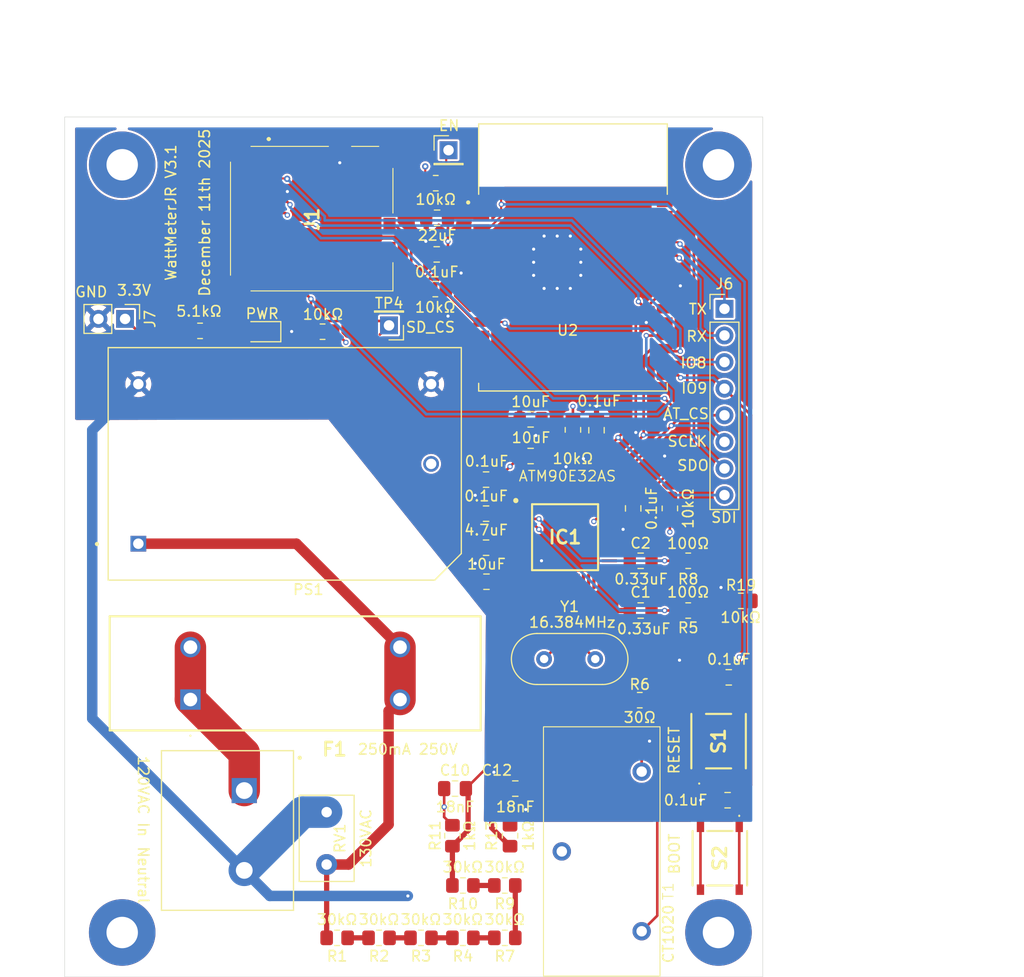
<source format=kicad_pcb>
(kicad_pcb (version 20241229) (generator "pcbnew") (generator_version "9.0")
  (layers (0 "F.Cu" signal) (4 "In1.Cu" signal) (6 "In2.Cu" signal) (2 "B.Cu" signal) (13 "F.Paste" user) (15 "B.Paste" user) (5 "F.SilkS" user "F.Silkscreen") (7 "B.SilkS" user "B.Silkscreen") (1 "F.Mask" user) (3 "B.Mask" user) (25 "Edge.Cuts" user))
  (net 0 "")
  (net 1 "GNDREF")
  (net 2 "VDD")
  (net 3 "Net-(IC1-~{RESET})")
  (net 4 "Net-(IC1-VDD18_1)")
  (net 5 "Net-(IC1-VREF)")
  (net 7 "Net-(IC1-V1P)")
  (net 8 "Net-(IC1-OSCO)")
  (net 9 "Net-(IC1-I1N)")
  (net 10 "Net-(IC1-OSCI)")
  (net 11 "Net-(IC1-I1P)")
  (net 14 "Net-(IC1-V1N)")
  (net 26 "/HV_120V")
  (net 27 "Net-(T1-+)")
  (net 28 "Net-(T1--)")
  (net 33 "Net-(J1-CD{slash}DAT3)")
  (net 35 "Net-(J1-DETECT_SWITCH)")
  (net 36 "Net-(R1-Pad1)")
  (net 37 "Net-(R2-Pad1)")
  (net 38 "Net-(R3-Pad1)")
  (net 39 "Net-(R4-Pad1)")
  (net 40 "Net-(R7-Pad1)")
  (net 41 "Net-(R10-Pad2)")
  (net 43 "/HV_120VF1")
  (net 58 "Net-(S1-NO_1)")
  (net 59 "Net-(D1-A)")
  (net 60 "DB_AT_CS")
  (net 61 "DB_SDI")
  (net 62 "DB_SDO")
  (net 63 "DB_SCLK")
  (net 64 "DB_RX")
  (net 65 "DB_TX")
  (net 66 "DB_IO9")
  (net 67 "DB_IO8")
  (footprint "Capacitor_SMD:C_0805_2012Metric_Pad1.18x1.45mm_HandSolder" (layer "F.Cu") (at 118.2125 122.5 180)
    (property "Reference" "C8")
    (property "Value" "0.1uF")
  )
  (footprint "Capacitor_SMD:C_0805_2012Metric_Pad1.18x1.45mm_HandSolder" (layer "F.Cu") (at 113.5375 97.5)
    (property "Reference" "C14")
    (property "Value" "22uF")
  )
  (footprint "Capacitor_SMD:C_0805_2012Metric_Pad1.18x1.45mm_HandSolder" (layer "F.Cu") (at 141.37 141.38 180)
    (property "Reference" "C16")
    (property "Value" "0.1uF")
  )
  (footprint "Resistor_SMD:R_0805_2012Metric_Pad1.20x1.40mm_HandSolder" (layer "F.Cu") (at 108 166.25 180)
    (property "Reference" "R2")
    (property "Value" "30kΩ")
  )
  (footprint "Resistor_SMD:R_0805_2012Metric_Pad1.20x1.40mm_HandSolder" (layer "F.Cu") (at 116 166.25 180)
    (property "Reference" "R4")
    (property "Value" "30kΩ")
  )
  (footprint "Resistor_SMD:R_0805_2012Metric_Pad1.20x1.40mm_HandSolder" (layer "F.Cu") (at 115 156.5 90)
    (property "Reference" "R11")
    (property "Value" "1kΩ")
  )
  (footprint "Capacitor_SMD:C_0805_2012Metric_Pad1.18x1.45mm_HandSolder" (layer "F.Cu") (at 128.75 117.7875 90)
    (property "Reference" "C6")
    (property "Value" "0.1uF")
  )
  (footprint "CT1020:CT1020" (layer "F.Cu") (at 133.06 150.38)
    (property "Reference" "T1")
    (property "Value" "CT1020")
  )
  (footprint "Capacitor_SMD:C_0805_2012Metric_Pad1.18x1.45mm_HandSolder" (layer "F.Cu") (at 122.4625 116.75 180)
    (property "Reference" "C11")
    (property "Value" "10uF")
  )
  (footprint "Resistor_SMD:R_0805_2012Metric_Pad1.20x1.40mm_HandSolder" (layer "F.Cu") (at 112 166.25 180)
    (property "Reference" "R3")
    (property "Value" "30kΩ")
  )
  (footprint "Resistor_SMD:R_0805_2012Metric_Pad1.20x1.40mm_HandSolder" (layer "F.Cu") (at 116 161.25)
    (property "Reference" "R10")
    (property "Value" "30kΩ")
  )
  (footprint "Resistor_SMD:R_0805_2012Metric_Pad1.20x1.40mm_HandSolder" (layer "F.Cu") (at 120 161.25)
    (property "Reference" "R9")
    (property "Value" "30kΩ")
  )
  (footprint "Connector_PinHeader_2.54mm:PinHeader_1x08_P2.54mm_Vertical" (layer "F.Cu") (at 140.96 106.2)
    (property "Reference" "J6")
    (property "Value" "Debug")
  )
  (footprint "Capacitor_SMD:C_0805_2012Metric_Pad1.18x1.45mm_HandSolder" (layer "F.Cu") (at 132.9625 130.25)
    (property "Reference" "C2")
    (property "Value" "0.33uF")
  )
  (footprint "Capacitor_THT:C_Disc_D8.0mm_W5.0mm_P5.00mm" (layer "F.Cu") (at 103 159.25 90)
    (property "Reference" "RV1")
    (property "Value" "130VAC")
  )
  (footprint "Resistor_SMD:R_0805_2012Metric_Pad1.20x1.40mm_HandSolder" (layer "F.Cu") (at 90.92 108.3 180)
    (property "Reference" "R18")
    (property "Value" "5.1kΩ")
  )
  (footprint "Capacitor_SMD:C_0805_2012Metric_Pad1.18x1.45mm_HandSolder" (layer "F.Cu") (at 113.5 101)
    (property "Reference" "C13")
    (property "Value" "0.1uF")
  )
  (footprint "LED_SMD:LED_0805_2012Metric_Pad1.15x1.40mm_HandSolder" (layer "F.Cu") (at 96.765 108.38 180)
    (property "Reference" "D1")
    (property "Value" "PWR")
  )
  (footprint "Resistor_SMD:R_0805_2012Metric_Pad1.20x1.40mm_HandSolder" (layer "F.Cu") (at 126.5 117.75 90)
    (property "Reference" "R12")
    (property "Value" "10kΩ")
  )
  (footprint "Capacitor_SMD:C_0805_2012Metric_Pad1.18x1.45mm_HandSolder" (layer "F.Cu") (at 132.9625 135 180)
    (property "Reference" "C1")
    (property "Value" "0.33uF")
  )
  (footprint "3.3VDC PSU:CONV_RAC02-3.3SGB" (layer "F.Cu") (at 99 121)
    (property "Reference" "PS1")
    (property "Value" "RAC02-3.3SGB")
  )
  (footprint "Capacitor_SMD:C_0805_2012Metric_Pad1.18x1.45mm_HandSolder" (layer "F.Cu") (at 115.25 152 180)
    (property "Reference" "C10")
    (property "Value" "18nF")
  )
  (footprint "Connector_PinHeader_2.54mm:PinHeader_1x02_P2.54mm_Vertical" (layer "F.Cu") (at 83.765 107.16 -90)
    (property "Reference" "J7")
    (property "Value" "PWR/GND")
  )
  (footprint "Mounting Footprints:1591XXSBK" (layer "F.Cu") (at 83.49 165.74 90)
    (property "Reference" "N1")
    (property "Value" "Housing")
  )
  (footprint "Resistor_SMD:R_0805_2012Metric_Pad1.20x1.40mm_HandSolder" (layer "F.Cu") (at 120.5 156.5 -90)
    (property "Reference" "R13")
    (property "Value" "1kΩ")
  )
  (footprint "Resistor_SMD:R_0805_2012Metric_Pad1.20x1.40mm_HandSolder" (layer "F.Cu") (at 137.5 130.25 180)
    (property "Reference" "R8")
    (property "Value" "100Ω")
  )
  (footprint "MicroSDSlot 502570-0893:5025700893" (layer "F.Cu") (at 101.575 97.588 90)
    (property "Reference" "J1")
    (property "Value" "502570-0893" (hide yes))
  )
  (footprint "Capacitor_SMD:C_0805_2012Metric_Pad1.18x1.45mm_HandSolder" (layer "F.Cu") (at 121 152)
    (property "Reference" "C12")
    (property "Value" "18nF")
  )
  (footprint "Crystal:Crystal_HC49-U_Vertical" (layer "F.Cu") (at 123.75 139.63)
    (property "Reference" "Y1")
    (property "Value" "16.384MHz")
  )
  (footprint "Capacitor_SMD:C_0805_2012Metric_Pad1.18x1.45mm_HandSolder" (layer "F.Cu") (at 122.4625 120.25 180)
    (property "Reference" "C7")
    (property "Value" "10uF")
  )
  (footprint "Resistor_SMD:R_0805_2012Metric_Pad1.20x1.40mm_HandSolder" (layer "F.Cu") (at 102.61 108.38)
    (property "Reference" "R16")
    (property "Value" "10kΩ")
  )
  (footprint "Resistor_SMD:R_0805_2012Metric_Pad1.20x1.40mm_HandSolder" (layer "F.Cu") (at 120 166.25 180)
    (property "Reference" "R7")
    (property "Value" "30kΩ")
  )
  (footprint "TinyButton_PTS526:PTS526SK15SMTR2LFS" (layer "F.Cu") (at 140.4 147.47 90)
    (property "Reference" "S1")
    (property "Value" "RESET" (hide yes))
  )
  (footprint "FuseHolder OGD:00318231" (layer "F.Cu") (at 90 143.5)
    (property "Reference" "F1")
    (property "Value" "250mA 250V" (hide yes))
  )
  (footprint "Capacitor_SMD:C_0805_2012Metric_Pad1.18x1.45mm_HandSolder" (layer "F.Cu") (at 141.26 153.11)
    (property "Reference" "C15")
    (property "Value" "0.1uF")
  )
  (footprint "Capacitor_SMD:C_0805_2012Metric_Pad1.18x1.45mm_HandSolder" (layer "F.Cu") (at 118.25 132.25 180)
    (property "Reference" "C3")
    (property "Value" "10uF")
  )
  (footprint "TinyButton_PTS526:PTS526SK15SMTR2LFS" (layer "F.Cu") (at 140.52 158.65 -90)
    (property "Reference" "S2")
    (property "Value" "BOOT" (hide yes))
  )
  (footprint "Connector_PinHeader_2.54mm:PinHeader_1x01_P2.54mm_Vertical" (layer "F.Cu") (at 108.95 107.78 180)
    (property "Reference" "TP4")
    (property "Value" "SD_CS")
  )
  (footprint "Resistor_SMD:R_0805_2012Metric_Pad1.20x1.40mm_HandSolder" (layer "F.Cu") (at 113.37 104.31 180)
    (property "Reference" "R17")
    (property "Value" "10kΩ")
  )
  (footprint "Resistor_SMD:R_0805_2012Metric_Pad1.20x1.40mm_HandSolder" (layer "F.Cu") (at 142.53 134.08 180)
    (property "Reference" "R19")
    (property "Value" "10kΩ")
  )
  (footprint "ATM90E32AS:QFP50P900X900X120-48N" (layer "F.Cu") (at 125.75 128)
    (property "Reference" "IC1")
    (property "Value" "ATM90E32AS-AU-R" (hide yes))
  )
  (footprint "ESP32-C6:XCVR_ESP32-C6-WROOM-1-N8" (layer "F.Cu") (at 126.505 101.29)
    (property "Reference" "U2")
    (property "Value" "ESP32-C6-WROOM-1-N8")
  )
  (footprint "Resistor_SMD:R_0805_2012Metric_Pad1.20x1.40mm_HandSolder" (layer "F.Cu") (at 113.41 94.2 180)
    (property "Reference" "R15")
    (property "Value" "10kΩ")
  )
  (footprint "Connector_PinHeader_2.54mm:PinHeader_1x01_P2.54mm_Vertical" (layer "F.Cu") (at 114.63 91.05)
    (property "Reference" "TP12")
    (property "Value" "EN")
  )
  (footprint "Capacitor_SMD:C_0805_2012Metric_Pad1.18x1.45mm_HandSolder" (layer "F.Cu") (at 118.2125 129 180)
    (property "Reference" "C4")
    (property "Value" "4.7uF")
  )
  (footprint "Screw Terminals Custom:CUI_TB005-762-02BE" (layer "F.Cu") (at 95.1375 152.19 -90)
    (property "Reference" "J5" (hide yes))
    (property "Value" "Input" (hide yes))
  )
  (footprint "Resistor_SMD:R_0805_2012Metric_Pad1.20x1.40mm_HandSolder" (layer "F.Cu") (at 132.88 143.56)
    (property "Reference" "R6")
    (property "Value" "30Ω")
  )
  (footprint "Resistor_SMD:R_0805_2012Metric_Pad1.20x1.40mm_HandSolder" (layer "F.Cu") (at 135.75 125.25 -90)
    (property "Reference" "R14")
    (property "Value" "10kΩ")
  )
  (footprint "Resistor_SMD:R_0805_2012Metric_Pad1.20x1.40mm_HandSolder" (layer "F.Cu") (at 104 166.25 180)
    (property "Reference" "R1")
    (property "Value" "30kΩ")
  )
  (footprint "Resistor_SMD:R_0805_2012Metric_Pad1.20x1.40mm_HandSolder" (layer "F.Cu") (at 137.5 135 180)
    (property "Reference" "R5")
    (property "Value" "100Ω")
  )
  (footprint "Capacitor_SMD:C_0805_2012Metric_Pad1.18x1.45mm_HandSolder" (layer "F.Cu") (at 118.2125 125.75 180)
    (property "Reference" "C9")
    (property "Value" "0.1uF")
  )
  (footprint "Capacitor_SMD:C_0805_2012Metric_Pad1.18x1.45mm_HandSolder" (layer "F.Cu") (at 132.25 125.25 -90)
    (property "Reference" "C5")
    (property "Value" "0.1uF")
  )
  (gr_rect (start 78 87.8784) (end 144.615 169.982) (stroke (width 0.05)) (fill no) (layer "Edge.Cuts"))
  (gr_text "250mA 250V" (at 110.75 148.25 0) (layer "F.SilkS") (effects (font (size 1 1))))
  (gr_text "SCLK" (at 137.42 118.85 0) (layer "F.SilkS") (effects (font (size 1 1))))
  (gr_text "SDO" (at 137.96 121.15 0) (layer "F.SilkS") (effects (font (size 1 1))))
  (gr_text "AT_CS" (at 137.3 116.21 0) (layer "F.SilkS") (effects (font (size 1 1))))
  (gr_text "IO8" (at 138.01 111.36 0) (layer "F.SilkS") (effects (font (size 1 1))))
  (gr_text "IO9" (at 138.08 113.78 0) (layer "F.SilkS") (effects (font (size 1 1))))
  (gr_text "BOOT" (at 136.18 158.24 90) (layer "F.SilkS") (effects (font (size 1 1))))
  (gr_text "ATM90E32AS" (at 121.25 122.75 0) (layer "F.SilkS") (effects (font (size 1 1) (thickness 0.125)) (justify left bottom)))
  (gr_text "RESET" (at 136.16 148.35 90) (layer "F.SilkS") (effects (font (size 1 1))))
  (gr_text "WattMeterJR V3.1\n\nDecember 11th 2025" (at 89.75 97.01 90) (layer "F.SilkS") (effects (font (size 1 1))))
  (gr_text "TX" (at 138.42 106.23 0) (layer "F.SilkS") (effects (font (size 1 1))))
  (gr_text "SDI" (at 140.91 126.11 0) (layer "F.SilkS") (effects (font (size 1 1))))
  (gr_text "RX" (at 138.31 108.83 0) (layer "F.SilkS") (effects (font (size 1 1))))
  (gr_text "Neutral" (at 85.5 160.25 270) (layer "F.SilkS") (effects (font (size 1 1))))
  (gr_text "3.3V" (at 84.62 104.43 0) (layer "F.SilkS") (effects (font (size 1 1))))
  (gr_text "GND" (at 80.54 104.58 0) (layer "F.SilkS") (effects (font (size 1 1))))
  (gr_text "120VAC In" (at 85.5 152.75 270) (layer "F.SilkS") (effects (font (size 1 1))))
  (segment (start 112.4625 99.75) (end 112.4625 101) (width 0.25) (layer "F.Cu") (net 1))
  (segment (start 123.5 122) (end 123.5 120.25) (width 0.25) (layer "F.Cu") (net 1))
  (segment (start 138.67 161.65) (end 138.67 155.65) (width 0.25) (layer "F.Cu") (net 1))
  (segment (start 97.79 108.38) (end 99.64 108.38) (width 0.25) (layer "F.Cu") (net 1))
  (segment (start 138.67 154.6625) (end 140.2225 153.11) (width 0.25) (layer "F.Cu") (net 1))
  (segment (start 129.975 127.25) (end 131.2875 127.25) (width 0.25) (layer "F.Cu") (net 1))
  (segment (start 124.252 122) (end 123.5 122) (width 0.25) (layer "F.Cu") (net 1))
  (segment (start 140.2225 153.11) (end 138.7 153.11) (width 0.25) (layer "F.Cu") (net 1))
  (segment (start 123 129.75) (end 121.525 129.75) (width 0.25) (layer "F.Cu") (net 1))
  (segment (start 138.55 150.73) (end 138.28 151) (width 0.25) (layer "F.Cu") (net 1))
  (segment (start 140.2225 153.11) (end 140.2225 152.1425) (width 0.25) (layer "F.Cu") (net 1))
  (segment (start 122.9625 118.2875) (end 121.425 116.75) (width 0.25) (layer "F.Cu") (net 1))
  (segment (start 122.0375 152) (end 122.0375 153.9625) (width 0.25) (layer "F.Cu") (net 1))
  (segment (start 131.2125 125.25) (end 132.25 126.2875) (width 0.25) (layer "F.Cu") (net 1))
  (segment (start 125 123.775) (end 125 125.39) (width 0.25) (layer "F.Cu") (net 1))
  (segment (start 128.75 116.75) (end 128.75 115.5) (width 0.25) (layer "F.Cu") (net 1))
  (segment (start 122 154) (end 120.5 155.5) (width 0.25) (layer "F.Cu") (net 1))
  (segment (start 117.175 122.5) (end 117.175 124) (width 0.25) (layer "F.Cu") (net 1))
  (segment (start 122.552 125.75) (end 123.5 124.802) (width 0.25) (layer "F.Cu") (net 1))
  (segment (start 117.175 130.5) (end 117.175 132.2125) (width 0.25) (layer "F.Cu") (net 1))
  (segment (start 138.67 155.65) (end 138.67 154.6625) (width 0.25) (layer "F.Cu") (net 1))
  (segment (start 140.3325 142.6875) (end 138.55 144.47) (width 0.25) (layer "F.Cu") (net 1))
  (segment (start 112.5 97.5) (end 112.5 97.75) (width 0.25) (layer "F.Cu") (net 1))
  (segment (start 123.5 123.775) (end 123.5 122) (width 0.25) (layer "F.Cu") (net 1))
  (segment (start 114.2125 152) (end 114.2125 153.75) (width 0.25) (layer "F.Cu") (net 1))
  (segment (start 131.2875 127.25) (end 131.925 127.8875) (width 0.25) (layer "F.Cu") (net 1))
  (segment (start 99.1 94.85) (end 99.25 95) (width 0.25) (layer "F.Cu") (net 1))
  (segment (start 104.275 92.225) (end 104.25 92.25) (width 0.25) (layer "F.Cu") (net 1))
  (segment (start 123.5 120.25) (end 123.5 118.825) (width 0.25) (layer "F.Cu") (net 1))
  (segment (start 112.5 97.75) (end 112.4625 97.7875) (width 0.25) (layer "F.Cu") (net 1))
  (segment (start 140.3325 141.38) (end 140.3325 142.6875) (width 0.25) (layer "F.Cu") (net 1))
  (segment (start 123 130.75) (end 123.5 130.25) (width 0.25) (layer "F.Cu") (net 1))
  (segment (start 104.275 91.075) (end 104.275 92.225) (width 0.25) (layer "F.Cu") (net 1))
  (segment (start 123.5 130.25) (end 124 130.75) (width 0.25) (layer "F.Cu") (net 1))
  (segment (start 121.525 125.75) (end 122.552 125.75) (width 0.25) (layer "F.Cu") (net 1))
  (segment (start 117.175 132.2125) (end 117.2125 132.25) (width 0.25) (layer "F.Cu") (net 1))
  (segment (start 117.175 124) (end 117.175 130.5) (width 0.25) (layer "F.Cu") (net 1))
  (segment (start 125 123.775) (end 125 122.748) (width 0.25) (layer "F.Cu") (net 1))
  (segment (start 123.5 118.825) (end 122.9625 118.2875) (width 0.25) (layer "F.Cu") (net 1))
  (segment (start 138.55 144.47) (end 138.55 150.73) (width 0.25) (layer "F.Cu") (net 1))
  (segment (start 123.5 130.25) (end 123 129.75) (width 0.25) (layer "F.Cu") (net 1))
  (segment (start 123.5 124.802) (end 123.5 123.775) (width 0.25) (layer "F.Cu") (net 1))
  (segment (start 129.975 125.25) (end 131.2125 125.25) (width 0.25) (layer "F.Cu") (net 1))
  (segment (start 131.2875 127.25) (end 132.25 126.2875) (width 0.25) (layer "F.Cu") (net 1))
  (segment (start 122.0375 153.9625) (end 122 154) (width 0.25) (layer "F.Cu") (net 1))
  (segment (start 99.64 108.38) (end 99.66 108.36) (width 0.25) (layer "F.Cu") (net 1))
  (segment (start 140.2225 152.1425) (end 138.55 150.47) (width 0.25) (layer "F.Cu") (net 1))
  (segment (start 117.755 96.03) (end 113.97 96.03) (width 0.25) (layer "F.Cu") (net 1))
  (segment (start 114.2125 154.7125) (end 115 155.5) (width 0.25) (layer "F.Cu") (net 1))
  (segment (start 131.925 127.8875) (end 131.925 130.25) (width 0.25) (layer "F.Cu") (net 1))
  (segment (start 125 122.748) (end 124.252 122) (width 0.25) (layer "F.Cu") (net 1))
  (segment (start 114.2125 153.75) (end 114.2125 154.7125) (width 0.25) (layer "F.Cu") (net 1))
  (segment (start 97.425 94.85) (end 99.1 94.85) (width 0.25) (layer "F.Cu") (net 1))
  (segment (start 112.4625 97.7875) (end 112.4625 99.75) (width 0.25) (layer "F.Cu") (net 1))
  (segment (start 113.97 96.03) (end 112.5 97.5) (width 0.25) (layer "F.Cu") (net 1))
  (segment (start 124 132.225) (end 126 132.225) (width 0.25) (layer "F.Cu") (net 1))
  (segment (start 124 130.75) (end 124 132.225) (width 0.25) (layer "F.Cu") (net 1))
  (segment (start 121.525 130.75) (end 123 130.75) (width 0.25) (layer "F.Cu") (net 1))
  (segment (start 121.525 127.25) (end 121.525 129.75) (width 0.25) (layer "F.Cu") (net 1))
  (via (at 123.75 99.25) (size 0.5) (drill 0.3) (layers "F.Cu" "B.Cu") (net 1))
  (via (at 112.4625 99.75) (size 0.5) (drill 0.3) (layers "F.Cu" "B.Cu") (net 1))
  (via (at 125 104.25) (size 0.5) (drill 0.3) (layers "F.Cu" "B.Cu") (net 1))
  (via (at 127.25 101.75) (size 0.5) (drill 0.3) (layers "F.Cu" "B.Cu") (net 1))
  (via (at 132.5 118) (size 0.5) (drill 0.3) (layers "F.Cu" "B.Cu") (net 1))
  (via (at 133.81 147.47) (size 0.5) (drill 0.3) (layers "F.Cu" "B.Cu") (net 1))
  (via (at 114.2125 153.75) (size 0.5) (drill 0.3) (layers "F.Cu" "B.Cu") (net 1))
  (via (at 115.83 102.78) (size 0.5) (drill 0.3) (layers "F.Cu" "B.Cu") (net 1))
  (via (at 104.25 92.25) (size 0.5) (drill 0.3) (layers "F.Cu" "B.Cu") (net 1))
  (via (at 131.2875 127.25) (size 0.5) (drill 0.3) (layers "F.Cu" "B.Cu") (net 1))
  (via (at 122.75 100.5) (size 0.5) (drill 0.3) (layers "F.Cu" "B.Cu") (net 1))
  (via (at 135.25 116.75) (size 0.5) (drill 0.3) (layers "F.Cu" "B.Cu") (net 1))
  (via (at 117.175 130.5) (size 0.5) (drill 0.3) (layers "F.Cu" "B.Cu") (net 1))
  (via (at 133.5 107.5) (size 0.5) (drill 0.3) (layers "F.Cu" "B.Cu") (net 1))
  (via (at 138.7 153.11) (size 0.5) (drill 0.3) (layers "F.Cu" "B.Cu") (net 1))
  (via (at 110.75 162.25) (size 0.5) (drill 0.3) (layers "F.Cu" "B.Cu") (net 1))
  (via (at 118.96 150.44) (size 0.5) (drill 0.3) (layers "F.Cu" "B.Cu") (net 1))
  (via (at 125.84 121.27) (size 0.5) (drill 0.3) (layers "F.Cu" "B.Cu") (net 1))
  (via (at 122.75 103) (size 0.5) (drill 0.3) (layers "F.Cu" "B.Cu") (net 1))
  (via (at 114.58 106.89) (size 0.5) (drill 0.3) (layers "F.Cu" "B.Cu") (net 1))
  (via (at 122.75 101.75) (size 0.5) (drill 0.3) (layers "F.Cu" "B.Cu") (net 1))
  (via (at 126.25 99.25) (size 0.5) (drill 0.3) (layers "F.Cu" "B.Cu") (net 1))
  (via (at 127.25 103) (size 0.5) (drill 0.3) (layers "F.Cu" "B.Cu") (net 1))
  (via (at 117.175 124) (size 0.5) (drill 0.3) (layers "F.Cu" "B.Cu") (net 1))
  (via (at 99.66 108.36) (size 0.5) (drill 0.3) (layers "F.Cu" "B.Cu") (net 1))
  (via (at 123.75 104.25) (size 0.5) (drill 0.3) (layers "F.Cu" "B.Cu") (net 1))
  (via (at 125 99.25) (size 0.5) (drill 0.3) (layers "F.Cu" "B.Cu") (net 1))
  (via (at 122 154) (size 0.5) (drill 0.3) (layers "F.Cu" "B.Cu") (net 1))
  (via (at 126.25 104.25) (size 0.5) (drill 0.3) (layers "F.Cu" "B.Cu") (net 1))
  (via (at 127.5 120.5) (size 0.5) (drill 0.3) (layers "F.Cu" "B.Cu") (net 1))
  (via (at 122.9625 118.2875) (size 0.5) (drill 0.3) (layers "F.Cu" "B.Cu") (net 1))
  (via (at 136.75 104) (size 0.5) (drill 0.3) (layers "F.Cu" "B.Cu") (net 1))
  (via (at 135.25 120.25) (size 0.5) (drill 0.3) (layers "F.Cu" "B.Cu") (net 1))
  (via (at 127.25 100.5) (size 0.5) (drill 0.3) (layers "F.Cu" "B.Cu") (net 1))
  (via (at 128.75 115.5) (size 0.5) (drill 0.3) (layers "F.Cu" "B.Cu") (net 1))
  (via (at 99.25 95) (size 0.5) (drill 0.3) (layers "F.Cu" "B.Cu") (net 1))
  (via (at 123.5 130.25) (size 0.5) (drill 0.3) (layers "F.Cu" "B.Cu") (net 1))
  (via (at 136.67 139.74) (size 0.5) (drill 0.3) (layers "F.Cu" "B.Cu") (net 1))
  (segment (start 100.6975 154.25) (end 103 154.25) (width 3) (layer "B.Cu") (net 1))
  (segment (start 95.1375 159.81) (end 97.5775 162.25) (width 1) (layer "B.Cu") (net 1))
  (segment (start 85.03 113.38) (end 80.63 117.78) (width 1) (layer "B.Cu") (net 1))
  (segment (start 95.1375 159.81) (end 100.6975 154.25) (width 3) (layer "B.Cu") (net 1))
  (segment (start 80.63 117.78) (end 80.63 145.3025) (width 1) (layer "B.Cu") (net 1))
  (segment (start 80.63 145.3025) (end 95.1375 159.81) (width 1) (layer "B.Cu") (net 1))
  (segment (start 97.5775 162.25) (end 110.75 162.25) (width 1) (layer "B.Cu") (net 1))
  (segment (start 121.425 120.325) (end 120.5 121.25) (width 0.25) (layer "F.Cu") (net 2))
  (segment (start 89.92 108.3) (end 84.932 108.3) (width 0.25) (layer "F.Cu") (net 2))
  (segment (start 129.975 126.25) (end 128.75 126.25) (width 0.25) (layer "F.Cu") (net 2))
  (segment (start 84.932 108.3) (end 83.947 107.315) (width 0.25) (layer "F.Cu") (net 2))
  (segment (start 114.575 97.5) (end 114.575 99.75) (width 0.25) (layer "F.Cu") (net 2))
  (segment (start 119.75 125.25) (end 121.525 125.25) (width 0.25) (layer "F.Cu") (net 2))
  (segment (start 119.25 122.5) (end 121.525 124.775) (width 0.25) (layer "F.Cu") (net 2))
  (segment (start 114.575 97.5) (end 117.555 97.5) (width 0.25) (layer "F.Cu") (net 2))
  (segment (start 97.425 97.05) (end 99.05 97.05) (width 0.25) (layer "F.Cu") (net 2))
  (segment (start 121.425 120.25) (end 121.425 120.325) (width 0.25) (layer "F.Cu") (net 2))
  (segment (start 99.05 97.05) (end 99.25 97.25) (width 0.25) (layer "F.Cu") (net 2))
  (segment (start 126.5 116.75) (end 126.5 115.5) (width 0.25) (layer "F.Cu") (net 2))
  (segment (start 128.75 126.25) (end 128.5 126.5) (width 0.25) (layer "F.Cu") (net 2))
  (segment (start 112.37 103.1675) (end 114.5375 101) (width 0.2) (layer "F.Cu") (net 2))
  (segment (start 112.37 104.31) (end 112.37 103.1675) (width 0.2) (layer "F.Cu") (net 2))
  (segment (start 120.5 121.25) (end 119.25 122.5) (width 0.25) (layer "F.Cu") (net 2))
  (segment (start 121.525 124.775) (end 121.525 125.25) (width 0.25) (layer "F.Cu") (net 2))
  (segment (start 129.975 126.75) (end 129.975 126.25) (width 0.25) (layer "F.Cu") (net 2))
  (segment (start 123 123.775) (end 121.525 125.25) (width 0.25) (layer "F.Cu") (net 2))
  (segment (start 114.575 99.75) (end 114.575 100.9625) (width 0.25) (layer "F.Cu") (net 2))
  (segment (start 114.575 100.9625) (end 114.5375 101) (width 0.25) (layer "F.Cu") (net 2))
  (segment (start 103.816826 108.38) (end 104.838413 109.401587) (width 0.25) (layer "F.Cu") (net 2))
  (segment (start 140.63 132.8) (end 140.63 133.18) (width 0.2) (layer "F.Cu") (net 2))
  (segment (start 103.61 108.38) (end 103.816826 108.38) (width 0.25) (layer "F.Cu") (net 2))
  (segment (start 135.75 126.25) (end 135.75 127.5) (width 0.25) (layer "F.Cu") (net 2))
  (segment (start 140.63 133.18) (end 141.53 134.08) (width 0.2) (layer "F.Cu") (net 2))
  (segment (start 119.25 125.75) (end 119.75 125.25) (width 0.25) (layer "F.Cu") (net 2))
  (segment (start 117.555 97.5) (end 117.755 97.3) (width 0.25) (layer "F.Cu") (net 2))
  (segment (start 112.41 94.2) (end 112.41 92.6) (width 0.2) (layer "F.Cu") (net 2))
  (via (at 120.5 121.25) (size 0.5) (drill 0.3) (layers "F.Cu" "B.Cu") (net 2))
  (via (at 112.41 92.6) (size 0.6) (drill 0.3) (layers "F.Cu" "B.Cu") (net 2))
  (via (at 114.575 99.75) (size 0.5) (drill 0.3) (layers "F.Cu" "B.Cu") (net 2))
  (via (at 135.75 127.5) (size 0.5) (drill 0.3) (layers "F.Cu" "B.Cu") (net 2))
  (via (at 99.25 97.25) (size 0.5) (drill 0.3) (layers "F.Cu" "B.Cu") (net 2))
  (via (at 126.5 115.5) (size 0.5) (drill 0.3) (layers "F.Cu" "B.Cu") (net 2))
  (via (at 128.5 126.5) (size 0.5) (drill 0.3) (layers "F.Cu" "B.Cu") (net 2))
  (via (at 104.838413 109.401587) (size 0.5) (drill 0.3) (layers "F.Cu" "B.Cu") (net 2))
  (via (at 140.63 132.8) (size 0.5) (drill 0.3) (layers "F.Cu" "B.Cu") (net 2))
  (segment (start 128.75 118.825) (end 126.575 118.825) (width 0.25) (layer "F.Cu") (net 3))
  (segment (start 126.575 118.825) (end 126.5 118.75) (width 0.25) (layer "F.Cu") (net 3))
  (segment (start 126.5 118.75) (end 126.5 123.775) (width 0.25) (layer "F.Cu") (net 3))
  (segment (start 126 123.775) (end 125.5 123.775) (width 0.25) (layer "F.Cu") (net 4))
  (segment (start 123.5 116.75) (end 123.5 117.475) (width 0.25) (layer "F.Cu") (net 4))
  (segment (start 132.25 124.2125) (end 129.5895 124.2125) (width 0.25) (layer "F.Cu") (net 4))
  (segment (start 129.5895 124.2125) (end 128.976 124.826) (width 0.25) (layer "F.Cu") (net 4))
  (segment (start 128.976 124.826) (end 126.024 124.826) (width 0.25) (layer "F.Cu") (net 4))
  (segment (start 125.451 122.724) (end 125.476 122.724) (width 0.25) (layer "F.Cu") (net 4))
  (segment (start 125.476 123.751) (end 125.5 123.775) (width 0.25) (layer "F.Cu") (net 4))
  (segment (start 125.476 122.724) (end 125.476 123.751) (width 0.25) (layer "F.Cu") (net 4))
  (segment (start 123.5 117.475) (end 125.25 119.225) (width 0.25) (layer "F.Cu") (net 4))
  (segment (start 125.25 119.225) (end 125.25 122.36019) (width 0.25) (layer "F.Cu") (net 4))
  (segment (start 125.451 122.56119) (end 125.451 122.724) (width 0.25) (layer "F.Cu") (net 4))
  (segment (start 126 124.802) (end 126 123.775) (width 0.25) (layer "F.Cu") (net 4))
  (segment (start 126.024 124.826) (end 126 124.802) (width 0.25) (layer "F.Cu") (net 4))
  (segment (start 125.25 122.36019) (end 125.451 122.56119) (width 0.25) (layer "F.Cu") (net 4))
  (segment (start 119.25 129) (end 120.5 130.25) (width 0.25) (layer "F.Cu") (net 5))
  (segment (start 119.2875 131.4605) (end 120.498 130.25) (width 0.25) (layer "F.Cu") (net 5))
  (segment (start 120.498 130.25) (end 121.525 130.25) (width 0.25) (layer "F.Cu") (net 5))
  (segment (start 119.2875 132.25) (end 119.2875 131.4605) (width 0.25) (layer "F.Cu") (net 5))
  (segment (start 120.5 130.25) (end 121.525 130.25) (width 0.25) (layer "F.Cu") (net 5))
  (segment (start 123 132.225) (end 123 133.93) (width 0.25) (layer "F.Cu") (net 7))
  (segment (start 119.5 148.7875) (end 116.2875 152) (width 0.25) (layer "F.Cu") (net 7))
  (segment (start 115 161.25) (end 115 157.5) (width 0.5) (layer "F.Cu") (net 7))
  (segment (start 123 133.93) (end 119.5 137.43) (width 0.25) (layer "F.Cu") (net 7))
  (segment (start 119.5 137.43) (end 119.5 148.7875) (width 0.25) (layer "F.Cu") (net 7))
  (segment (start 115 157.5) (end 116.5 156) (width 0.5) (layer "F.Cu") (net 7))
  (segment (start 116.5 156) (end 116.5 152.2125) (width 0.5) (layer "F.Cu") (net 7))
  (segment (start 116.5 152.2125) (end 116.2875 152) (width 0.5) (layer "F.Cu") (net 7))
  (segment (start 127 132.225) (end 127 138) (width 0.25) (layer "F.Cu") (net 8))
  (segment (start 127 138) (end 128.63 139.63) (width 0.25) (layer "F.Cu") (net 8))
  (segment (start 123.25 127.25) (end 122.75 126.75) (width 0.25) (layer "F.Cu") (net 9))
  (segment (start 122.75 126.75) (end 121.525 126.75) (width 0.25) (layer "F.Cu") (net 9))
  (segment (start 135.25 135) (end 134 135) (width 0.25) (layer "F.Cu") (net 9))
  (segment (start 136.5 135) (end 135.25 135) (width 0.25) (layer "F.Cu") (net 9))
  (via (at 135.25 135) (size 0.5) (drill 0.3) (layers "F.Cu" "B.Cu") (net 9))
  (via (at 123.25 127.25) (size 0.5) (drill 0.3) (layers "F.Cu" "B.Cu") (net 9))
  (segment (start 135.25 135) (end 131 135) (width 0.25) (layer "B.Cu") (net 9))
  (segment (start 131 135) (end 123.25 127.25) (width 0.25) (layer "B.Cu") (net 9))
  (segment (start 123.75 139.63) (end 126.5 136.88) (width 0.25) (layer "F.Cu") (net 10))
  (segment (start 126.5 136.88) (end 126.5 132.225) (width 0.25) (layer "F.Cu") (net 10))
  (segment (start 123.25 126.25) (end 121.525 126.25) (width 0.25) (layer "F.Cu") (net 11))
  (segment (start 135.25 130.25) (end 134 130.25) (width 0.25) (layer "F.Cu") (net 11))
  (segment (start 136.5 130.25) (end 135.25 130.25) (width 0.25) (layer "F.Cu") (net 11))
  (via (at 123.25 126.25) (size 0.5) (drill 0.3) (layers "F.Cu" "B.Cu") (net 11))
  (via (at 135.25 130.25) (size 0.5) (drill 0.3) (layers "F.Cu" "B.Cu") (net 11))
  (segment (start 127.25 130.25) (end 123.25 126.25) (width 0.25) (layer "B.Cu") (net 11))
  (segment (start 135.25 130.25) (end 127.25 130.25) (width 0.25) (layer "B.Cu") (net 11))
  (segment (start 118.75 153.2125) (end 119.9625 152) (width 0.5) (layer "F.Cu") (net 14))
  (segment (start 123.476 134.094) (end 119.951 137.619) (width 0.25) (layer "F.Cu") (net 14))
  (segment (start 123.476 132.249) (end 123.476 134.094) (width 0.25) (layer "F.Cu") (net 14))
  (segment (start 119.9625 145.575806) (end 119.9625 152) (width 0.25) (layer "F.Cu") (net 14))
  (segment (start 120.5 157.5) (end 118.75 155.75) (width 0.5) (layer "F.Cu") (net 14))
  (segment (start 119.951 145.564306) (end 119.9625 145.575806) (width 0.25) (layer "F.Cu") (net 14))
  (segment (start 119.951 137.619) (end 119.951 145.564306) (width 0.25) (layer "F.Cu") (net 14))
  (segment (start 123.5 132.225) (end 123.476 132.249) (width 0.25) (layer "F.Cu") (net 14))
  (segment (start 118.75 155.75) (end 118.75 153.2125) (width 0.5) (layer "F.Cu") (net 14))
  (segment (start 95.1375 148.6375) (end 90 143.5) (width 3) (layer "F.Cu") (net 26))
  (segment (start 95.1375 152.19) (end 95.1375 148.6375) (width 3) (layer "F.Cu") (net 26))
  (segment (start 90 143.5) (end 90 138.5) (width 3) (layer "F.Cu") (net 26))
  (segment (start 138.75 135.25) (end 138.5 135) (width 0.25) (layer "F.Cu") (net 27))
  (segment (start 131.88 143.56) (end 131.88 143.55) (width 0.25) (layer "F.Cu") (net 27))
  (segment (start 133.06 150.38) (end 133.06 144.74) (width 0.25) (layer "F.Cu") (net 27))
  (segment (start 131.88 143.55) (end 138.5 136.93) (width 0.25) (layer "F.Cu") (net 27))
  (segment (start 138.5 136.93) (end 138.5 135) (width 0.25) (layer "F.Cu") (net 27))
  (segment (start 133.06 144.74) (end 131.88 143.56) (width 0.25) (layer "F.Cu") (net 27))
  (segment (start 133.88 143.56) (end 139.72 137.72) (width 0.25) (layer "F.Cu") (net 28))
  (segment (start 139.72 137.72) (end 139.72 131.47) (width 0.25) (layer "F.Cu") (net 28))
  (segment (start 134.55 144.23) (end 133.88 143.56) (width 0.25) (layer "F.Cu") (net 28))
  (segment (start 133.06 165.62) (end 134.55 164.13) (width 0.25) (layer "F.Cu") (net 28))
  (segment (start 139.72 131.47) (end 138.5 130.25) (width 0.25) (layer "F.Cu") (net 28))
  (segment (start 134.55 164.13) (end 134.55 144.23) (width 0.25) (layer "F.Cu") (net 28))
  (segment (start 101.61 107.72) (end 101.61 108.38) (width 0.25) (layer "F.Cu") (net 33))
  (segment (start 101.49 107.6) (end 101.61 107.72) (width 0.25) (layer "F.Cu") (net 33))
  (segment (start 135.235 108.75) (end 135.255 108.73) (width 0.25) (layer "F.Cu") (net 33))
  (segment (start 108.08 108.65) (end 108.95 107.78) (width 0.25) (layer "F.Cu") (net 33))
  (segment (start 97.425 99.25) (end 99 99.25) (width 0.25) (layer "F.Cu") (net 33))
  (segment (start 99.25 99.5) (end 99.25 103) (width 0.25) (layer "F.Cu") (net 33))
  (segment (start 102.636 107.354) (end 101.61 108.38) (width 0.25) (layer "F.Cu") (net 33))
  (segment (start 101.5 105.25) (end 101.5 107.25) (width 0.25) (layer "F.Cu") (net 33))
  (segment (start 108.95 107.78) (end 108.524 107.354) (width 0.25) (layer "F.Cu") (net 33))
  (segment (start 108.524 107.354) (end 102.636 107.354) (width 0.25) (layer "F.Cu") (net 33))
  (segment (start 101.5 107.25) (end 101.49 107.26) (width 0.25) (layer "F.Cu") (net 33))
  (segment (start 99.25 103) (end 101.5 105.25) (width 0.25) (layer "F.Cu") (net 33))
  (segment (start 133.5 108.75) (end 135.235 108.75) (width 0.25) (layer "F.Cu") (net 33))
  (segment (start 99 99.25) (end 99.25 99.5) (width 0.25) (layer "F.Cu") (net 33))
  (segment (start 101.49 107.26) (end 101.49 107.6) (width 0.25) (layer "F.Cu") (net 33))
  (via (at 101.5 105.25) (size 0.5) (drill 0.3) (layers "F.Cu" "B.Cu") (net 33))
  (via (at 133.5 108.75) (size 0.5) (drill 0.3) (layers "F.Cu" "B.Cu") (net 33))
  (segment (start 135.89 114.924588) (end 134.564588 116.25) (width 0.25) (layer "B.Cu") (net 33))
  (segment (start 133.5 111.656) (end 135.89 114.046) (width 0.25) (layer "B.Cu") (net 33))
  (segment (start 133.5 108.75) (end 133.5 111.656) (width 0.25) (layer "B.Cu") (net 33))
  (segment (start 134.564588 116.25) (end 112.5 116.25) (width 0.25) (layer "B.Cu") (net 33))
  (segment (start 112.5 116.25) (end 101.5 105.25) (width 0.25) (layer "B.Cu") (net 33))
  (segment (start 135.89 114.046) (end 135.89 114.924588) (width 0.25) (layer "B.Cu") (net 33))
  (segment (start 117.755 108.73) (end 117.755 108.655) (width 0.25) (layer "F.Cu") (net 35))
  (segment (start 111.07 105.62) (end 111.07 99.73) (width 0.25) (layer "F.Cu") (net 35))
  (segment (start 113.686 108.236) (end 111.07 105.62) (width 0.25) (layer "F.Cu") (net 35))
  (segment (start 109.59 98.25) (end 109 98.25) (width 0.25) (layer "F.Cu") (net 35))
  (segment (start 111.07 99.73) (end 109.59 98.25) (width 0.25) (layer "F.Cu") (net 35))
  (segment (start 117.755 108.655) (end 117.336 108.236) (width 0.25) (layer "F.Cu") (net 35))
  (segment (start 117.336 108.236) (end 113.686 108.236) (width 0.25) (layer "F.Cu") (net 35))
  (segment (start 105 166.25) (end 107 166.25) (width 0.5) (layer "F.Cu") (net 36))
  (segment (start 109 166.25) (end 111 166.25) (width 0.5) (layer "F.Cu") (net 37))
  (segment (start 113 166.25) (end 115 166.25) (width 0.5) (layer "F.Cu") (net 38))
  (segment (start 117 166.25) (end 119 166.25) (width 0.5) (layer "F.Cu") (net 39))
  (segment (start 121 166.25) (end 121 161.25) (width 0.5) (layer "F.Cu") (net 40))
  (segment (start 119 161.25) (end 117 161.25) (width 0.5) (layer "F.Cu") (net 41))
  (segment (start 103 166.25) (end 103 159.25) (width 0.5) (layer "F.Cu") (net 43))
  (segment (start 108.91 144.59) (end 110 143.5) (width 1) (layer "F.Cu") (net 43))
  (segment (start 103 159.25) (end 105.09 159.25) (width 1) (layer "F.Cu") (net 43))
  (segment (start 110 138.5) (end 110 143.5) (width 3) (layer "F.Cu") (net 43))
  (segment (start 85.03 128.62) (end 100.12 128.62) (width 1) (layer "F.Cu") (net 43))
  (segment (start 105.09 159.25) (end 108.91 155.43) (width 1) (layer "F.Cu") (net 43))
  (segment (start 108.91 155.43) (end 108.91 144.59) (width 1) (layer "F.Cu") (net 43))
  (segment (start 100.12 128.62) (end 110 138.5) (width 1) (layer "F.Cu") (net 43))
  (segment (start 119.65 94.91) (end 119.65 97.35) (width 0.2) (layer "F.Cu") (net 58))
  (segment (start 115.12 94.91) (end 119.65 94.91) (width 0.2) (layer "F.Cu") (net 58))
  (segment (start 142.25 144.47) (end 142.25 141.5375) (width 0.25) (layer "F.Cu") (net 58))
  (segment (start 114.41 94.2) (end 115.12 94.91) (width 0.2) (layer "F.Cu") (net 58))
  (segment (start 114.5 94.11) (end 114.41 94.2) (width 0.25) (layer "F.Cu") (net 58))
  (segment (start 142.4075 141.38) (end 142.4075 139.4775) (width 0.25) (layer "F.Cu") (net 58))
  (segment (start 114.41 90.92) (end 114.51 90.82) (width 0.2) (layer "F.Cu") (net 58))
  (segment (start 118.43 98.57) (end 117.755 98.57) (width 0.2) (layer "F.Cu") (net 58))
  (segment (start 142.25 141.5375) (end 142.4075 141.38) (width 0.25) (layer "F.Cu") (net 58))
  (segment (start 142.4075 139.4775) (end 142.38 139.45) (width 0.25) (layer "F.Cu") (net 58))
  (segment (start 119.65 97.35) (end 118.43 98.57) (width 0.2) (layer "F.Cu") (net 58))
  (segment (start 142.25 150.47) (end 142.25 144.47) (width 0.25) (layer "F.Cu") (net 58))
  (segment (start 114.41 94.2) (end 114.41 90.92) (width 0.2) (layer "F.Cu") (net 58))
  (via (at 119.67 96.22) (size 0.5) (drill 0.3) (layers "F.Cu" "B.Cu") (net 58))
  (via (at 142.38 139.45) (size 0.5) (drill 0.3) (layers "F.Cu" "B.Cu") (net 58))
  (segment (start 119.67 96.22) (end 119.66 96.22) (width 0.25) (layer "B.Cu") (net 58))
  (segment (start 142.88 138.95) (end 142.88 103.63) (width 0.25) (layer "B.Cu") (net 58))
  (segment (start 142.38 139.45) (end 142.88 138.95) (width 0.25) (layer "B.Cu") (net 58))
  (segment (start 142.88 103.63) (end 135.47 96.22) (width 0.25) (layer "B.Cu") (net 58))
  (segment (start 135.47 96.22) (end 119.67 96.22) (width 0.25) (layer "B.Cu") (net 58))
  (segment (start 91.92 108.3) (end 95.66 108.3) (width 0.25) (layer "F.Cu") (net 59))
  (segment (start 95.66 108.3) (end 95.74 108.38) (width 0.25) (layer "F.Cu") (net 59))
  (segment (start 136.2 97.3) (end 135.255 97.3) (width 0.25) (layer "F.Cu") (net 60))
  (segment (start 138.049 116.58) (end 138.049 99.149) (width 0.25) (layer "F.Cu") (net 60))
  (segment (start 140.96 116.36) (end 138.269 116.36) (width 0.25) (layer "F.Cu") (net 60))
  (segment (start 134.5 123) (end 129.275 123) (width 0.25) (layer "F.Cu") (net 60))
  (segment (start 138.049 119.451) (end 138.049 116.58) (width 0.25) (layer "F.Cu") (net 60))
  (segment (start 138.049 99.149) (end 136.2 97.3) (width 0.25) (layer "F.Cu") (net 60))
  (segment (start 135.75 124.25) (end 134.5 123) (width 0.25) (layer "F.Cu") (net 60))
  (segment (start 134.5 123) (end 138.049 119.451) (width 0.25) (layer "F.Cu") (net 60))
  (segment (start 129.275 123) (end 128.5 123.775) (width 0.25) (layer "F.Cu") (net 60))
  (segment (start 138.269 116.36) (end 138.049 116.58) (width 0.25) (layer "F.Cu") (net 60))
  (segment (start 101.98 98.15) (end 97.425 98.15) (width 0.25) (layer "F.Cu") (net 61))
  (segment (start 132.5 116.79738) (end 132.5 107.228) (width 0.25) (layer "F.Cu") (net 61))
  (segment (start 133.728 106) (end 133.728 105.865) (width 0.25) (layer "F.Cu") (net 61))
  (segment (start 130.80819 118.48919) (end 132.5 116.79738) (width 0.25) (layer "F.Cu") (net 61))
  (segment (start 134.673 104.92) (end 135.255 104.92) (width 0.25) (layer "F.Cu") (net 61))
  (segment (start 127 122.29738) (end 130.80819 118.48919) (width 0.25) (layer "F.Cu") (net 61))
  (segment (start 133.728 105.865) (end 134.673 104.92) (width 0.25) (layer "F.Cu") (net 61))
  (segment (start 133.25 106) (end 133.728 106) (width 0.25) (layer "F.Cu") (net 61))
  (segment (start 132.5 107.228) (end 133.728 106) (width 0.25) (layer "F.Cu") (net 61))
  (segment (start 132.75 105.5) (end 133.25 106) (width 0.25) (layer "F.Cu") (net 61))
  (segment (start 127 123.775) (end 127 122.29738) (width 0.25) (layer "F.Cu") (net 61))
  (via (at 132.75 105.5) (size 0.5) (drill 0.3) (layers "F.Cu" "B.Cu") (net 61))
  (via (at 101.98 98.15) (size 0.5) (drill 0.3) (layers "F.Cu" "B.Cu") (net 61))
  (via (at 130.80819 118.48919) (size 0.5) (drill 0.3) (layers "F.Cu" "B.Cu") (net 61))
  (segment (start 136.299 123.98) (end 130.81 118.491) (width 0.25) (layer "B.Cu") (net 61))
  (segment (start 126.25 98.25) (end 132.75 104.75) (width 0.25) (layer "B.Cu") (net 61))
  (segment (start 102.5 98.25) (end 102.4 98.15) (width 0.25) (layer "B.Cu") (net 61))
  (segment (start 132.75 104.75) (end 132.75 105.5) (width 0.25) (layer "B.Cu") (net 61))
  (segment (start 102.5 98.25) (end 126.25 98.25) (width 0.25) (layer "B.Cu") (net 61))
  (segment (start 102.4 98.15) (end 101.98 98.15) (width 0.25) (layer "B.Cu") (net 61))
  (segment (start 140.96 123.98) (end 136.299 123.98) (width 0.25) (layer "B.Cu") (net 61))
  (segment (start 134 110) (end 133.25 110.75) (width 0.25) (layer "F.Cu") (net 62))
  (segment (start 133.25 118.25) (end 129.402 122.098) (width 0.25) (layer "F.Cu") (net 62))
  (segment (start 97.425 93.75) (end 99.2 93.75) (width 0.2) (layer "F.Cu") (net 62))
  (segment (start 127.573 122.724) (end 127.524 122.724) (width 0.25) (layer "F.Cu") (net 62))
  (segment (start 127.524 122.724) (end 127.524 123.775) (width 0.25) (layer "F.Cu") (net 62))
  (segment (start 127.573 122.36219) (end 127.573 122.724) (width 0.25) (layer "F.Cu") (net 62))
  (segment (start 99.2 93.75) (end 99.23 93.78) (width 0.2) (layer "F.Cu") (net 62))
  (segment (start 127.524 123.775) (end 127.5 123.775) (width 0.25) (layer "F.Cu") (net 62))
  (segment (start 135.255 110) (end 134 110) (width 0.25) (layer "F.Cu") (net 62))
  (segment (start 127.83719 122.098) (end 127.573 122.36219) (width 0.25) (layer "F.Cu") (net 62))
  (segment (start 129.402 122.098) (end 127.83719 122.098) (width 0.25) (layer "F.Cu") (net 62))
  (segment (start 133.25 110.75) (end 133.25 118.25) (width 0.25) (layer "F.Cu") (net 62))
  (segment (start 135.505 110.25) (end 135.255 110) (width 0.25) (layer "F.Cu") (net 62))
  (segment (start 136.75 110.25) (end 135.505 110.25) (width 0.25) (layer "F.Cu") (net 62))
  (via (at 133.223 118.237) (size 0.5) (drill 0.3) (layers "F.Cu" "B.Cu") (net 62))
  (via (at 99.23 93.78) (size 0.6) (drill 0.3) (layers "F.Cu" "B.Cu") (net 62))
  (via (at 136.75 110.25) (size 0.5) (drill 0.3) (layers "F.Cu" "B.Cu") (net 62))
  (segment (start 102.814588 97.364588) (end 99.23 93.78) (width 0.25) (layer "B.Cu") (net 62))
  (segment (start 136.75 108.11219) (end 136.75 110.25) (width 0.25) (layer "B.Cu") (net 62))
  (segment (start 137.757 118.237) (end 133.223 118.237) (width 0.25) (layer "B.Cu") (net 62))
  (segment (start 102.814588 97.75) (end 102.814588 97.364588) (width 0.25) (layer "B.Cu") (net 62))
  (segment (start 140.96 121.44) (end 137.757 118.237) (width 0.25) (layer "B.Cu") (net 62))
  (segment (start 102.814588 97.75) (end 126.38781 97.75) (width 0.25) (layer "B.Cu") (net 62))
  (segment (start 126.38781 97.75) (end 136.75 108.11219) (width 0.25) (layer "B.Cu") (net 62))
  (segment (start 130.701 122.549) (end 136.331 116.919) (width 0.25) (layer "F.Cu") (net 63))
  (segment (start 128 123.775) (end 128.024 123.775) (width 0.25) (layer "F.Cu") (net 63))
  (segment (start 97.425 95.95) (end 99.2 95.95) (width 0.25) (layer "F.Cu") (net 63))
  (segment (start 135.25 114.75) (end 136.331 115.831) (width 0.25) (layer "F.Cu") (net 63))
  (segment (start 128.024 123.775) (end 128.024 122.549) (width 0.25) (layer "F.Cu") (net 63))
  (segment (start 137.414 112.164) (end 136.52 111.27) (width 0.25) (layer "F.Cu") (net 63))
  (segment (start 128.024 122.549) (end 130.701 122.549) (width 0.25) (layer "F.Cu") (net 63))
  (segment (start 99.2 95.95) (end 99.5 96.25) (width 0.25) (layer "F.Cu") (net 63))
  (segment (start 136.52 111.27) (end 135.255 111.27) (width 0.25) (layer "F.Cu") (net 63))
  (segment (start 136.331 115.831) (end 137.414 114.748) (width 0.25) (layer "F.Cu") (net 63))
  (segment (start 136.331 116.919) (end 136.331 115.831) (width 0.25) (layer "F.Cu") (net 63))
  (segment (start 137.414 114.748) (end 137.414 112.164) (width 0.25) (layer "F.Cu") (net 63))
  (via (at 135.89 117.348) (size 0.5) (drill 0.3) (layers "F.Cu" "B.Cu") (net 63))
  (via (at 99.5 96.25) (size 0.5) (drill 0.3) (layers "F.Cu" "B.Cu") (net 63))
  (via (at 135.25 114.75) (size 0.5) (drill 0.3) (layers "F.Cu" "B.Cu") (net 63))
  (segment (start 109.311 99.451) (end 102.466412 99.451) (width 0.25) (layer "B.Cu") (net 63))
  (segment (start 124.61 114.75) (end 109.311 99.451) (width 0.25) (layer "B.Cu") (net 63))
  (segment (start 99.5 96.484588) (end 99.5 96.25) (width 0.25) (layer "B.Cu") (net 63))
  (segment (start 140.96 118.9) (end 139.408 117.348) (width 0.25) (layer "B.Cu") (net 63))
  (segment (start 135.25 114.75) (end 124.61 114.75) (width 0.25) (layer "B.Cu") (net 63))
  (segment (start 139.408 117.348) (end 135.89 117.348) (width 0.25) (layer "B.Cu") (net 63))
  (segment (start 102.466412 99.451) (end 99.5 96.484588) (width 0.25) (layer "B.Cu") (net 63))
  (segment (start 135.255 101.11) (end 136.416 101.11) (width 0.25) (layer "F.Cu") (net 64))
  (segment (start 136.416 101.11) (end 136.652 101.346) (width 0.25) (layer "F.Cu") (net 64))
  (via (at 136.652 101.346) (size 0.5) (drill 0.3) (layers "F.Cu" "B.Cu") (net 64))
  (segment (start 138.684 103.378) (end 138.684 108.09) (width 0.2) (layer "B.Cu") (net 64))
  (segment (start 140.96 108.74) (end 139.334 108.74) (width 0.25) (layer "B.Cu") (net 64))
  (segment (start 138.684 103.378) (end 136.652 101.346) (width 0.2) (layer "B.Cu") (net 64))
  (segment (start 139.334 108.74) (end 138.684 108.09) (width 0.25) (layer "B.Cu") (net 64))
  (segment (start 136.543 99.84) (end 136.7155 100.0125) (width 0.2) (layer "F.Cu") (net 65))
  (segment (start 135.255 99.84) (end 136.543 99.84) (width 0.2) (layer "F.Cu") (net 65))
  (via (at 136.7155 100.0125) (size 0.5) (drill 0.3) (layers "F.Cu" "B.Cu") (net 65))
  (segment (start 136.7155 100.0125) (end 136.652 99.949) (width 0.2) (layer "B.Cu") (net 65))
  (segment (start 140.96 104.257) (end 140.843 104.14) (width 0.25) (layer "B.Cu") (net 65))
  (segment (start 140.843 104.14) (end 136.7155 100.0125) (width 0.2) (layer "B.Cu") (net 65))
  (segment (start 140.96 106.2) (end 140.96 104.257) (width 0.25) (layer "B.Cu") (net 65))
  (segment (start 142.2975 153.11) (end 142.2975 152.8525) (width 0.25) (layer "F.Cu") (net 66))
  (segment (start 136.543 112.54) (end 136.779 112.776) (width 0.25) (layer "F.Cu") (net 66))
  (segment (start 142.37 153.1825) (end 142.2975 153.11) (width 0.25) (layer "F.Cu") (net 66))
  (segment (start 142.2975 152.8525) (end 143.489 151.661) (width 0.25) (layer "F.Cu") (net 66))
  (segment (start 143.489 116.349) (end 140.96 113.82) (width 0.25) (layer "F.Cu") (net 66))
  (segment (start 142.37 161.65) (end 142.37 155.65) (width 0.25) (layer "F.Cu") (net 66))
  (segment (start 135.255 112.54) (end 136.543 112.54) (width 0.25) (layer "F.Cu") (net 66))
  (segment (start 143.489 151.661) (end 143.489 116.349) (width 0.25) (layer "F.Cu") (net 66))
  (segment (start 142.37 155.65) (end 142.37 153.1825) (width 0.25) (layer "F.Cu") (net 66))
  (via (at 136.779 112.776) (size 0.5) (drill 0.3) (layers "F.Cu" "B.Cu") (net 66))
  (segment (start 140.96 113.82) (end 139.916 112.776) (width 0.25) (layer "B.Cu") (net 66))
  (segment (start 139.916 112.776) (end 136.779 112.776) (width 0.25) (layer "B.Cu") (net 66))
  (segment (start 136.779 112.903) (end 136.779 112.776) (width 0.25) (layer "B.Cu") (net 66))
  (segment (start 117.162455 107.46) (end 117.755 107.46) (width 0.2) (layer "F.Cu") (net 67))
  (segment (start 117.755 107.46) (end 119.906 107.46) (width 0.2) (layer "F.Cu") (net 67))
  (segment (start 114.37 104.31) (end 114.37 104.667545) (width 0.2) (layer "F.Cu") (net 67))
  (segment (start 119.906 107.46) (end 120.015 107.569) (width 0.2) (layer "F.Cu") (net 67))
  (segment (start 114.37 104.667545) (end 117.162455 107.46) (width 0.2) (layer "F.Cu") (net 67))
  (via (at 120.015 107.569) (size 0.5) (drill 0.3) (layers "F.Cu" "B.Cu") (net 67))
  (segment (start 120.522 108.076) (end 120.015 107.569) (width 0.25) (layer "B.Cu") (net 67))
  (segment (start 140.96 111.28) (end 136.844588 111.28) (width 0.25) (layer "B.Cu") (net 67))
  (segment (start 133.640588 108.076) (end 120.522 108.076) (width 0.25) (layer "B.Cu") (net 67))
  (segment (start 136.844588 111.28) (end 133.640588 108.076) (width 0.25) (layer "B.Cu") (net 67))
  (zone (net 1) (net_name "GNDREF") (layers "F.Cu" "B.Cu" "In1.Cu") (name "Gound Plane") (priority 1) (connect_pads (clearance 0)) (min_thickness 0.25) (fill yes (thermal_gap 0.5) (thermal_bridge_width 0.5))
    (polygon (pts (xy 72.328957 76.711662) (xy 169.229957 76.711662) (xy 169.229957 155.176086) (xy 118 155.176086) (xy 118.203255 135.466507) (xy 103.175566 116.765586) (xy 72.328957 116.819662)))
  )
)
</source>
